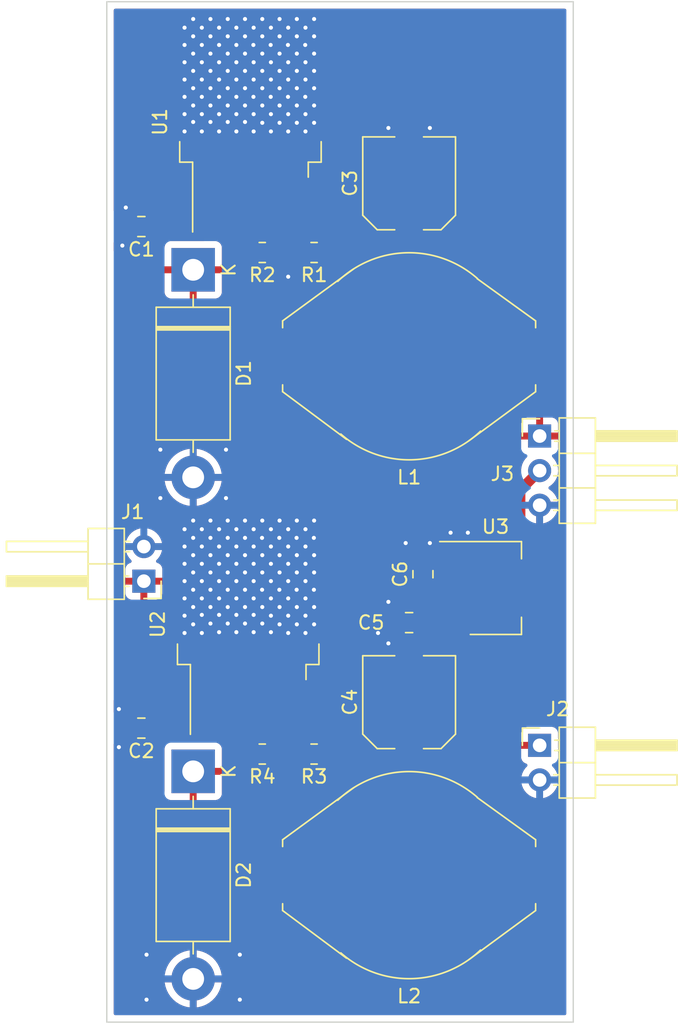
<source format=kicad_pcb>
(kicad_pcb (version 20211014) (generator pcbnew)
  (layers (0 "F.Cu" signal) (31 "B.Cu" signal) (34 "B.Paste" user) (35 "F.Paste" user) (36 "B.SilkS" user "B.Silkscreen") (37 "F.SilkS" user "F.Silkscreen") (38 "B.Mask" user) (39 "F.Mask" user) (44 "Edge.Cuts" user))
  (net 0 "")
  (net 1 "+12V")
  (net 2 "GND")
  (net 3 "+6V")
  (net 4 "+5V")
  (net 5 "+3V3")
  (net 6 "Net-(D1-Pad1)")
  (net 7 "Net-(D2-Pad1)")
  (net 8 "Net-(R1-Pad2)")
  (net 9 "Net-(R3-Pad2)")
  (footprint "Connector_PinHeader_2.54mm:PinHeader_1x02_P2.54mm_Horizontal" (layer "F.Cu") (at 113.849 77.475 180)
    (fp_text reference "J1" (at 0.819 5.085) (layer "F.SilkS"))
    (fp_text value "BMS_OUTPUT")
    (fp_line (start 1.042929 2.92) (end 1.44 2.92) (layer "F.SilkS") (width 0.12))
    (fp_line (start 4.1 3.87) (end 4.1 -1.33) (layer "F.SilkS") (width 0.12))
    (fp_line (start 4.1 0.28) (end 10.1 0.28) (layer "F.SilkS") (width 0.12))
    (fp_line (start 4.1 -0.2) (end 10.1 -0.2) (layer "F.SilkS") (width 0.12))
    (fp_line (start 4.1 0.16) (end 10.1 0.16) (layer "F.SilkS") (width 0.12))
    (fp_line (start 4.1 -0.08) (end 10.1 -0.08) (layer "F.SilkS") (width 0.12))
    (fp_line (start 10.1 2.16) (end 10.1 2.92) (layer "F.SilkS") (width 0.12))
    (fp_line (start 10.1 -0.38) (end 10.1 0.38) (layer "F.SilkS") (width 0.12))
    (fp_line (start 4.1 0.04) (end 10.1 0.04) (layer "F.SilkS") (width 0.12))
    (fp_line (start 1.11 0.38) (end 1.44 0.38) (layer "F.SilkS") (width 0.12))
    (fp_line (start 4.1 -0.38) (end 10.1 -0.38) (layer "F.SilkS") (width 0.12))
    (fp_line (start 1.44 -1.33) (end 1.44 3.87) (layer "F.SilkS") (width 0.12))
    (fp_line (start -1.27 0) (end -1.27 -1.27) (layer "F.SilkS") (width 0.12))
    (fp_line (start 4.1 -1.33) (end 1.44 -1.33) (layer "F.SilkS") (width 0.12))
    (fp_line (start 4.1 -0.32) (end 10.1 -0.32) (layer "F.SilkS") (width 0.12))
    (fp_line (start 1.042929 2.16) (end 1.44 2.16) (layer "F.SilkS") (width 0.12))
    (fp_line (start 4.1 2.16) (end 10.1 2.16) (layer "F.SilkS") (width 0.12))
    (fp_line (start 1.44 1.27) (end 4.1 1.27) (layer "F.SilkS") (width 0.12))
    (fp_line (start 10.1 2.92) (end 4.1 2.92) (layer "F.SilkS") (width 0.12))
    (fp_line (start 1.11 -0.38) (end 1.44 -0.38) (layer "F.SilkS") (width 0.12))
    (fp_line (start 1.44 3.87) (end 4.1 3.87) (layer "F.SilkS") (width 0.12))
    (fp_line (start 10.1 0.38) (end 4.1 0.38) (layer "F.SilkS") (width 0.12))
    (fp_line (start -1.27 -1.27) (end 0 -1.27) (layer "F.SilkS") (width 0.12))
    (pad "1" thru_hole rect (at 0 0 180) (size 1.7 1.7) (drill 1) (layers *.Cu *.Mask) (net 1 "+12V"))
    (pad "2" thru_hole oval (at 0 2.54 180) (size 1.7 1.7) (drill 1) (layers *.Cu *.Mask) (net 2 "GND"))
  )
  (footprint "Resistor_SMD:R_0805_2012Metric_Pad1.20x1.40mm_HandSolder" (layer "F.Cu") (at 126.365 53.34 180)
    (fp_text reference "R1" (at 0 -1.65) (layer "F.SilkS"))
    (fp_text value "20k")
    (fp_line (start -0.227064 0.735) (end 0.227064 0.735) (layer "F.SilkS") (width 0.12))
    (fp_line (start -0.227064 -0.735) (end 0.227064 -0.735) (layer "F.SilkS") (width 0.12))
    (pad "1" smd roundrect (at -1 0 180) (size 1.2 1.4) (layers "F.Cu" "F.Paste" "F.Mask") (roundrect_rratio 0.2083333333) (net 3 "+6V"))
    (pad "2" smd roundrect (at 1 0 180) (size 1.2 1.4) (layers "F.Cu" "F.Paste" "F.Mask") (roundrect_rratio 0.2083333333) (net 8 "Net-(R1-Pad2)"))
  )
  (footprint "Capacitor_SMD:C_0805_2012Metric_Pad1.18x1.45mm_HandSolder" (layer "F.Cu") (at 133.35 80.518 180)
    (fp_text reference "C5" (at 2.794 0) (layer "F.SilkS"))
    (fp_text value "10u")
    (fp_line (start -0.261252 -0.735) (end 0.261252 -0.735) (layer "F.SilkS") (width 0.12))
    (fp_line (start -0.261252 0.735) (end 0.261252 0.735) (layer "F.SilkS") (width 0.12))
    (pad "1" smd roundrect (at -1.0375 0 180) (size 1.175 1.45) (layers "F.Cu" "F.Paste" "F.Mask") (roundrect_rratio 0.2127659574) (net 4 "+5V"))
    (pad "2" smd roundrect (at 1.0375 0 180) (size 1.175 1.45) (layers "F.Cu" "F.Paste" "F.Mask") (roundrect_rratio 0.2127659574) (net 2 "GND"))
  )
  (footprint "Resistor_SMD:R_0805_2012Metric_Pad1.20x1.40mm_HandSolder" (layer "F.Cu") (at 122.555 53.34 180)
    (fp_text reference "R2" (at 0 -1.65) (layer "F.SilkS"))
    (fp_text value "5k")
    (fp_line (start -0.227064 -0.735) (end 0.227064 -0.735) (layer "F.SilkS") (width 0.12))
    (fp_line (start -0.227064 0.735) (end 0.227064 0.735) (layer "F.SilkS") (width 0.12))
    (pad "1" smd roundrect (at -1 0 180) (size 1.2 1.4) (layers "F.Cu" "F.Paste" "F.Mask") (roundrect_rratio 0.2083333333) (net 8 "Net-(R1-Pad2)"))
    (pad "2" smd roundrect (at 1 0 180) (size 1.2 1.4) (layers "F.Cu" "F.Paste" "F.Mask") (roundrect_rratio 0.2083333333) (net 2 "GND"))
  )
  (footprint "Diode_THT:D_DO-201AD_P15.24mm_Horizontal" (layer "F.Cu") (at 117.475 91.44 -90)
    (fp_text reference "D2" (at 7.62 -3.72 90) (layer "F.SilkS"))
    (fp_text value "D_Schottky")
    (fp_text user "K" (at 0 -2.6 90) (layer "F.SilkS"))
    (fp_line (start 12.49 2.72) (end 12.49 -2.72) (layer "F.SilkS") (width 0.12))
    (fp_line (start 12.49 -2.72) (end 2.75 -2.72) (layer "F.SilkS") (width 0.12))
    (fp_line (start 4.295 -2.72) (end 4.295 2.72) (layer "F.SilkS") (width 0.12))
    (fp_line (start 4.415 -2.72) (end 4.415 2.72) (layer "F.SilkS") (width 0.12))
    (fp_line (start 4.175 -2.72) (end 4.175 2.72) (layer "F.SilkS") (width 0.12))
    (fp_line (start 2.75 -2.72) (end 2.75 2.72) (layer "F.SilkS") (width 0.12))
    (fp_line (start 1.84 0) (end 2.75 0) (layer "F.SilkS") (width 0.12))
    (fp_line (start 13.4 0) (end 12.49 0) (layer "F.SilkS") (width 0.12))
    (fp_line (start 2.75 2.72) (end 12.49 2.72) (layer "F.SilkS") (width 0.12))
    (pad "1" thru_hole rect (at 0 0 270) (size 3.2 3.2) (drill 1.6) (layers *.Cu *.Mask) (net 7 "Net-(D2-Pad1)"))
    (pad "2" thru_hole oval (at 15.24 0 270) (size 3.2 3.2) (drill 1.6) (layers *.Cu *.Mask) (net 2 "GND"))
  )
  (footprint "Diode_THT:D_DO-201AD_P15.24mm_Horizontal" (layer "F.Cu") (at 117.475 54.61 -90)
    (fp_text reference "D1" (at 7.62 -3.72 90) (layer "F.SilkS"))
    (fp_text value "D_Schottky")
    (fp_text user "K" (at 0 -2.6 90) (layer "F.SilkS"))
    (fp_line (start 13.4 0) (end 12.49 0) (layer "F.SilkS") (width 0.12))
    (fp_line (start 4.295 -2.72) (end 4.295 2.72) (layer "F.SilkS") (width 0.12))
    (fp_line (start 4.415 -2.72) (end 4.415 2.72) (layer "F.SilkS") (width 0.12))
    (fp_line (start 12.49 2.72) (end 12.49 -2.72) (layer "F.SilkS") (width 0.12))
    (fp_line (start 4.175 -2.72) (end 4.175 2.72) (layer "F.SilkS") (width 0.12))
    (fp_line (start 12.49 -2.72) (end 2.75 -2.72) (layer "F.SilkS") (width 0.12))
    (fp_line (start 1.84 0) (end 2.75 0) (layer "F.SilkS") (width 0.12))
    (fp_line (start 2.75 -2.72) (end 2.75 2.72) (layer "F.SilkS") (width 0.12))
    (fp_line (start 2.75 2.72) (end 12.49 2.72) (layer "F.SilkS") (width 0.12))
    (pad "1" thru_hole rect (at 0 0 270) (size 3.2 3.2) (drill 1.6) (layers *.Cu *.Mask) (net 6 "Net-(D1-Pad1)"))
    (pad "2" thru_hole oval (at 15.24 0 270) (size 3.2 3.2) (drill 1.6) (layers *.Cu *.Mask) (net 2 "GND"))
  )
  (footprint "Inductor_SMD:L_Fastron_PISR_Handsoldering" (layer "F.Cu") (at 133.35 99.06 180)
    (fp_text reference "L2" (at 0 -8.89) (layer "F.SilkS"))
    (fp_text value "100u")
    (fp_line (start 4.6 -6.1) (end 9.3 -2.6) (layer "F.SilkS") (width 0.12))
    (fp_line (start 9.3 2.6) (end 9.3 2.1) (layer "F.SilkS") (width 0.12))
    (fp_line (start -5 5.7) (end -9.3 2.6) (layer "F.SilkS") (width 0.12))
    (fp_line (start 9.3 -2.6) (end 9.3 -2.1) (layer "F.SilkS") (width 0.12))
    (fp_line (start -9.3 -2.6) (end -4.4 -6.2) (layer "F.SilkS") (width 0.12))
    (fp_line (start -9.3 -2.6) (end -9.3 -2.1) (layer "F.SilkS") (width 0.12))
    (fp_line (start -9.3 2.6) (end -9.3 2.1) (layer "F.SilkS") (width 0.12))
    (fp_line (start 4.1 6.4) (end 9.3 2.6) (layer "F.SilkS") (width 0.12))
    (fp_arc (start -5.25 -5.5) (mid -0.15496 -7.601874) (end 5.021503 -5.709379) (layer "F.SilkS") (width 0.12))
    (fp_arc (start 5.25 5.5) (mid 0.15496 7.601874) (end -5.021503 5.709379) (layer "F.SilkS") (width 0.12))
    (pad "1" smd rect (at 8.33 0 180) (size 4 3) (layers "F.Cu" "F.Paste" "F.Mask") (net 7 "Net-(D2-Pad1)"))
    (pad "2" smd rect (at -8.33 0 180) (size 4 3) (layers "F.Cu" "F.Paste" "F.Mask") (net 4 "+5V"))
  )
  (footprint "Resistor_SMD:R_0805_2012Metric_Pad1.20x1.40mm_HandSolder" (layer "F.Cu") (at 122.555 90.17 180)
    (fp_text reference "R4" (at 0 -1.65) (layer "F.SilkS"))
    (fp_text value "5k")
    (fp_line (start -0.227064 -0.735) (end 0.227064 -0.735) (layer "F.SilkS") (width 0.12))
    (fp_line (start -0.227064 0.735) (end 0.227064 0.735) (layer "F.SilkS") (width 0.12))
    (pad "1" smd roundrect (at -1 0 180) (size 1.2 1.4) (layers "F.Cu" "F.Paste" "F.Mask") (roundrect_rratio 0.2083333333) (net 9 "Net-(R3-Pad2)"))
    (pad "2" smd roundrect (at 1 0 180) (size 1.2 1.4) (layers "F.Cu" "F.Paste" "F.Mask") (roundrect_rratio 0.2083333333) (net 2 "GND"))
  )
  (footprint "Capacitor_SMD:C_0805_2012Metric_Pad1.18x1.45mm_HandSolder" (layer "F.Cu") (at 113.665 88.265 180)
    (fp_text reference "C2" (at 0 -1.68) (layer "F.SilkS"))
    (fp_text value "100u")
    (fp_line (start -0.261252 -0.735) (end 0.261252 -0.735) (layer "F.SilkS") (width 0.12))
    (fp_line (start -0.261252 0.735) (end 0.261252 0.735) (layer "F.SilkS") (width 0.12))
    (pad "1" smd roundrect (at -1.0375 0 180) (size 1.175 1.45) (layers "F.Cu" "F.Paste" "F.Mask") (roundrect_rratio 0.2127659574) (net 1 "+12V"))
    (pad "2" smd roundrect (at 1.0375 0 180) (size 1.175 1.45) (layers "F.Cu" "F.Paste" "F.Mask") (roundrect_rratio 0.2127659574) (net 2 "GND"))
  )
  (footprint "Inductor_SMD:L_Fastron_PISR_Handsoldering" (layer "F.Cu") (at 133.35 60.96 180)
    (fp_text reference "L1" (at 0 -8.89) (layer "F.SilkS"))
    (fp_text value "100u")
    (fp_line (start 4.1 6.4) (end 9.3 2.6) (layer "F.SilkS") (width 0.12))
    (fp_line (start -9.3 -2.6) (end -9.3 -2.1) (layer "F.SilkS") (width 0.12))
    (fp_line (start 4.6 -6.1) (end 9.3 -2.6) (layer "F.SilkS") (width 0.12))
    (fp_line (start 9.3 2.6) (end 9.3 2.1) (layer "F.SilkS") (width 0.12))
    (fp_line (start -5 5.7) (end -9.3 2.6) (layer "F.SilkS") (width 0.12))
    (fp_line (start -9.3 2.6) (end -9.3 2.1) (layer "F.SilkS") (width 0.12))
    (fp_line (start 9.3 -2.6) (end 9.3 -2.1) (layer "F.SilkS") (width 0.12))
    (fp_line (start -9.3 -2.6) (end -4.4 -6.2) (layer "F.SilkS") (width 0.12))
    (fp_arc (start 5.25 5.5) (mid 0.15496 7.601874) (end -5.021503 5.709379) (layer "F.SilkS") (width 0.12))
    (fp_arc (start -5.25 -5.5) (mid -0.15496 -7.601874) (end 5.021503 -5.709379) (layer "F.SilkS") (width 0.12))
    (pad "1" smd rect (at 8.33 0 180) (size 4 3) (layers "F.Cu" "F.Paste" "F.Mask") (net 6 "Net-(D1-Pad1)"))
    (pad "2" smd rect (at -8.33 0 180) (size 4 3) (layers "F.Cu" "F.Paste" "F.Mask") (net 3 "+6V"))
  )
  (footprint "Capacitor_SMD:C_0805_2012Metric_Pad1.18x1.45mm_HandSolder" (layer "F.Cu") (at 134.366 76.962 90)
    (fp_text reference "C6" (at 0 -1.68 90) (layer "F.SilkS"))
    (fp_text value "47u")
    (fp_line (start -0.261252 0.735) (end 0.261252 0.735) (layer "F.SilkS") (width 0.12))
    (fp_line (start -0.261252 -0.735) (end 0.261252 -0.735) (layer "F.SilkS") (width 0.12))
    (pad "1" smd roundrect (at -1.0375 0 90) (size 1.175 1.45) (layers "F.Cu" "F.Paste" "F.Mask") (roundrect_rratio 0.2127659574) (net 5 "+3V3"))
    (pad "2" smd roundrect (at 1.0375 0 90) (size 1.175 1.45) (layers "F.Cu" "F.Paste" "F.Mask") (roundrect_rratio 0.2127659574) (net 2 "GND"))
  )
  (footprint "Connector_PinHeader_2.54mm:PinHeader_1x02_P2.54mm_Horizontal" (layer "F.Cu") (at 142.945 89.53)
    (fp_text reference "J2" (at 1.327 -2.662) (layer "F.SilkS"))
    (fp_text value "PWR_CONN_RASPI")
    (fp_line (start 4.1 -0.32) (end 10.1 -0.32) (layer "F.SilkS") (width 0.12))
    (fp_line (start 4.1 0.16) (end 10.1 0.16) (layer "F.SilkS") (width 0.12))
    (fp_line (start 1.042929 2.92) (end 1.44 2.92) (layer "F.SilkS") (width 0.12))
    (fp_line (start 4.1 2.16) (end 10.1 2.16) (layer "F.SilkS") (width 0.12))
    (fp_line (start 4.1 0.04) (end 10.1 0.04) (layer "F.SilkS") (width 0.12))
    (fp_line (start 4.1 -0.2) (end 10.1 -0.2) (layer "F.SilkS") (width 0.12))
    (fp_line (start 10.1 -0.38) (end 10.1 0.38) (layer "F.SilkS") (width 0.12))
    (fp_line (start 10.1 2.92) (end 4.1 2.92) (layer "F.SilkS") (width 0.12))
    (fp_line (start 1.44 -1.33) (end 1.44 3.87) (layer "F.SilkS") (width 0.12))
    (fp_line (start 4.1 -1.33) (end 1.44 -1.33) (layer "F.SilkS") (width 0.12))
    (fp_line (start -1.27 -1.27) (end 0 -1.27) (layer "F.SilkS") (width 0.12))
    (fp_line (start 4.1 3.87) (end 4.1 -1.33) (layer "F.SilkS") (width 0.12))
    (fp_line (start 10.1 0.38) (end 4.1 0.38) (layer "F.SilkS") (width 0.12))
    (fp_line (start 1.042929 2.16) (end 1.44 2.16) (layer "F.SilkS") (width 0.12))
    (fp_line (start 1.11 0.38) (end 1.44 0.38) (layer "F.SilkS") (width 0.12))
    (fp_line (start 10.1 2.16) (end 10.1 2.92) (layer "F.SilkS") (width 0.12))
    (fp_line (start 1.11 -0.38) (end 1.44 -0.38) (layer "F.SilkS") (width 0.12))
    (fp_line (start 1.44 1.27) (end 4.1 1.27) (layer "F.SilkS") (width 0.12))
    (fp_line (start 4.1 -0.38) (end 10.1 -0.38) (layer "F.SilkS") (width 0.12))
    (fp_line (start -1.27 0) (end -1.27 -1.27) (layer "F.SilkS") (width 0.12))
    (fp_line (start 1.44 3.87) (end 4.1 3.87) (layer "F.SilkS") (width 0.12))
    (fp_line (start 4.1 0.28) (end 10.1 0.28) (layer "F.SilkS") (width 0.12))
    (fp_line (start 4.1 -0.08) (end 10.1 -0.08) (layer "F.SilkS") (width 0.12))
    (pad "1" thru_hole rect (at 0 0) (size 1.7 1.7) (drill 1) (layers *.Cu *.Mask) (net 4 "+5V"))
    (pad "2" thru_hole oval (at 0 2.54) (size 1.7 1.7) (drill 1) (layers *.Cu *.Mask) (net 2 "GND"))
  )
  (footprint "Package_TO_SOT_SMD:SOT-223-3_TabPin2" (layer "F.Cu") (at 139.7 77.978)
    (fp_text reference "U3" (at 0 -4.5) (layer "F.SilkS"))
    (fp_text value "AMS1117-3.3")
    (fp_line (start 1.91 3.41) (end 1.91 2.15) (layer "F.SilkS") (width 0.12))
    (fp_line (start -4.1 -3.41) (end 1.91 -3.41) (layer "F.SilkS") (width 0.12))
    (fp_line (start 1.91 -3.41) (end 1.91 -2.15) (layer "F.SilkS") (width 0.12))
    (fp_line (start -1.85 3.41) (end 1.91 3.41) (layer "F.SilkS") (width 0.12))
    (pad "1" smd rect (at -3.15 -2.3) (size 2 1.5) (layers "F.Cu" "F.Paste" "F.Mask") (net 2 "GND"))
    (pad "2" smd rect (at -3.15 0) (size 2 1.5) (layers "F.Cu" "F.Paste" "F.Mask") (net 5 "+3V3"))
    (pad "2" smd rect (at 3.15 0) (size 2 3.8) (layers "F.Cu" "F.Paste" "F.Mask") (net 5 "+3V3"))
    (pad "3" smd rect (at -3.15 2.3) (size 2 1.5) (layers "F.Cu" "F.Paste" "F.Mask") (net 4 "+5V"))
  )
  (footprint "Package_TO_SOT_SMD:TO-263-5_TabPin3" (layer "F.Cu") (at 121.52 80.645 90)
    (fp_text reference "U2" (at 0 -6.65 90) (layer "F.SilkS"))
    (fp_text value "LM2576S-ADJ")
    (fp_line (start -1.45 -5.2) (end -2.95 -5.2) (layer "F.SilkS") (width 0.12))
    (fp_line (start -2.95 5.2) (end -2.95 4.25) (layer "F.SilkS") (width 0.12))
    (fp_line (start -2.95 -4.25) (end -8.075 -4.25) (layer "F.SilkS") (width 0.12))
    (fp_line (start -1.45 5.2) (end -2.95 5.2) (layer "F.SilkS") (width 0.12))
    (fp_line (start -2.95 4.25) (end -4.05 4.25) (layer "F.SilkS") (width 0.12))
    (fp_line (start -2.95 -5.2) (end -2.95 -4.25) (layer "F.SilkS") (width 0.12))
    (pad "1" smd rect (at -5.775 -3.4 90) (size 4.6 1.1) (layers "F.Cu" "F.Paste" "F.Mask") (net 1 "+12V"))
    (pad "2" smd rect (at -5.775 -1.7 90) (size 4.6 1.1) (layers "F.Cu" "F.Paste" "F.Mask") (net 7 "Net-(D2-Pad1)"))
    (pad "3" smd rect (at 3.375 0 90) (size 9.4 10.8) (layers "F.Cu" "F.Mask") (net 2 "GND"))
    (pad "3" smd rect (at -5.775 0 90) (size 4.6 1.1) (layers "F.Cu" "F.Paste" "F.Mask") (net 2 "GND"))
    (pad "4" smd rect (at -5.775 1.7 90) (size 4.6 1.1) (layers "F.Cu" "F.Paste" "F.Mask") (net 9 "Net-(R3-Pad2)"))
    (pad "5" smd rect (at -5.775 3.4 90) (size 4.6 1.1) (layers "F.Cu" "F.Paste" "F.Mask") (net 2 "GND"))
  )
  (footprint "Capacitor_SMD:C_0805_2012Metric_Pad1.18x1.45mm_HandSolder" (layer "F.Cu") (at 113.665 51.435 180)
    (fp_text reference "C1" (at 0 -1.68) (layer "F.SilkS"))
    (fp_text value "100u")
    (fp_line (start -0.261252 0.735) (end 0.261252 0.735) (layer "F.SilkS") (width 0.12))
    (fp_line (start -0.261252 -0.735) (end 0.261252 -0.735) (layer "F.SilkS") (width 0.12))
    (pad "1" smd roundrect (at -1.0375 0 180) (size 1.175 1.45) (layers "F.Cu" "F.Paste" "F.Mask") (roundrect_rratio 0.2127659574) (net 1 "+12V"))
    (pad "2" smd roundrect (at 1.0375 0 180) (size 1.175 1.45) (layers "F.Cu" "F.Paste" "F.Mask") (roundrect_rratio 0.2127659574) (net 2 "GND"))
  )
  (footprint "Resistor_SMD:R_0805_2012Metric_Pad1.20x1.40mm_HandSolder" (layer "F.Cu") (at 126.365 90.17 180)
    (fp_text reference "R3" (at 0 -1.65) (layer "F.SilkS"))
    (fp_text value "15k")
    (fp_line (start -0.227064 -0.735) (end 0.227064 -0.735) (layer "F.SilkS") (width 0.12))
    (fp_line (start -0.227064 0.735) (end 0.227064 0.735) (layer "F.SilkS") (width 0.12))
    (pad "1" smd roundrect (at -1 0 180) (size 1.2 1.4) (layers "F.Cu" "F.Paste" "F.Mask") (roundrect_rratio 0.2083333333) (net 4 "+5V"))
    (pad "2" smd roundrect (at 1 0 180) (size 1.2 1.4) (layers "F.Cu" "F.Paste" "F.Mask") (roundrect_rratio 0.2083333333) (net 9 "Net-(R3-Pad2)"))
  )
  (footprint "Capacitor_SMD:C_Elec_6.3x7.7" (layer "F.Cu") (at 133.35 86.36 90)
    (fp_text reference "C4" (at 0 -4.35 90) (layer "F.SilkS"))
    (fp_text value "1000u")
    (fp_line (start -2.345563 -3.41) (end 3.41 -3.41) (layer "F.SilkS") (width 0.12))
    (fp_line (start -3.41 -2.345563) (end -2.345563 -3.41) (layer "F.SilkS") (width 0.12))
    (fp_line (start -3.41 2.345563) (end -2.345563 3.41) (layer "F.SilkS") (width 0.12))
    (fp_line (start 3.41 3.41) (end 3.41 1.06) (layer "F.SilkS") (width 0.12))
    (fp_line (start -3.41 2.345563) (end -3.41 1.06) (layer "F.SilkS") (width 0.12))
    (fp_line (start -3.41 -2.345563) (end -3.41 -1.06) (layer "F.SilkS") (width 0.12))
    (fp_line (start 3.41 -3.41) (end 3.41 -1.06) (layer "F.SilkS") (width 0.12))
    (fp_line (start -2.345563 3.41) (end 3.41 3.41) (layer "F.SilkS") (width 0.12))
    (pad "1" smd roundrect (at -2.5375 0 90) (size 3.325 1.6) (layers "F.Cu" "F.Paste" "F.Mask") (roundrect_rratio 0.15625) (net 4 "+5V"))
    (pad "2" smd roundrect (at 2.5375 0 90) (size 3.325 1.6) (layers "F.Cu" "F.Paste" "F.Mask") (roundrect_rratio 0.15625) (net 2 "GND"))
  )
  (footprint "Connector_PinHeader_2.54mm:PinHeader_1x03_P2.54mm_Horizontal" (layer "F.Cu") (at 142.945 66.817)
    (fp_text reference "J3" (at -2.737 2.779) (layer "F.SilkS"))
    (fp_text value "PWR_CONN_CTRL")
    (fp_line (start 1.042929 5.46) (end 1.44 5.46) (layer "F.SilkS") (width 0.12))
    (fp_line (start 4.1 -0.38) (end 10.1 -0.38) (layer "F.SilkS") (width 0.12))
    (fp_line (start 4.1 -1.33) (end 1.44 -1.33) (layer "F.SilkS") (width 0.12))
    (fp_line (start -1.27 0) (end -1.27 -1.27) (layer "F.SilkS") (width 0.12))
    (fp_line (start 1.042929 2.16) (end 1.44 2.16) (layer "F.SilkS") (width 0.12))
    (fp_line (start 4.1 0.16) (end 10.1 0.16) (layer "F.SilkS") (width 0.12))
    (fp_line (start 1.11 -0.38) (end 1.44 -0.38) (layer "F.SilkS") (width 0.12))
    (fp_line (start 1.44 -1.33) (end 1.44 6.41) (layer "F.SilkS") (width 0.12))
    (fp_line (start 10.1 2.92) (end 4.1 2.92) (layer "F.SilkS") (width 0.12))
    (fp_line (start 1.042929 2.92) (end 1.44 2.92) (layer "F.SilkS") (width 0.12))
    (fp_line (start 4.1 4.7) (end 10.1 4.7) (layer "F.SilkS") (width 0.12))
    (fp_line (start 4.1 -0.32) (end 10.1 -0.32) (layer "F.SilkS") (width 0.12))
    (fp_line (start 4.1 0.04) (end 10.1 0.04) (layer "F.SilkS") (width 0.12))
    (fp_line (start 1.11 0.38) (end 1.44 0.38) (layer "F.SilkS") (width 0.12))
    (fp_line (start 4.1 -0.08) (end 10.1 -0.08) (layer "F.SilkS") (width 0.12))
    (fp_line (start 4.1 2.16) (end 10.1 2.16) (layer "F.SilkS") (width 0.12))
    (fp_line (start 10.1 4.7) (end 10.1 5.46) (layer "F.SilkS") (width 0.12))
    (fp_line (start 10.1 2.16) (end 10.1 2.92) (layer "F.SilkS") (width 0.12))
    (fp_line (start 10.1 5.46) (end 4.1 5.46) (layer "F.SilkS") (width 0.12))
    (fp_line (start 10.1 -0.38) (end 10.1 0.38) (layer "F.SilkS") (width 0.12))
    (fp_line (start 1.44 6.41) (end 4.1 6.41) (layer "F.SilkS") (width 0.12))
    (fp_line (start 4.1 6.41) (end 4.1 -1.33) (layer "F.SilkS") (width 0.12))
    (fp_line (start -1.27 -1.27) (end 0 -1.27) (layer "F.SilkS") (width 0.12))
    (fp_line (start 1.44 3.81) (end 4.1 3.81) (layer "F.SilkS") (width 0.12))
    (fp_line (start 4.1 0.28) (end 10.1 0.28) (layer "F.SilkS") (width 0.12))
    (fp_line (start 1.44 1.27) (end 4.1 1.27) (layer "F.SilkS") (width 0.12))
    (fp_line (start 4.1 -0.2) (end 10.1 -0.2) (layer "F.SilkS") (width 0.12))
    (fp_line (start 10.1 0.38) (end 4.1 0.38) (layer "F.SilkS") (width 0.12))
    (fp_line (start 1.042929 4.7) (end 1.44 4.7) (layer "F.SilkS") (width 0.12))
    (pad "1" thru_hole rect (at 0 0) (size 1.7 1.7) (drill 1) (layers *.Cu *.Mask) (net 3 "+6V"))
    (pad "2" thru_hole oval (at 0 2.54) (size 1.7 1.7) (drill 1) (layers *.Cu *.Mask) (net 5 "+3V3"))
    (pad "3" thru_hole oval (at 0 5.08) (size 1.7 1.7) (drill 1) (layers *.Cu *.Mask) (net 2 "GND"))
  )
  (footprint "Capacitor_SMD:C_Elec_6.3x7.7" (layer "F.Cu") (at 133.35 48.26 90)
    (fp_text reference "C3" (at 0 -4.35 90) (layer "F.SilkS"))
    (fp_text value "1000u")
    (fp_line (start -3.41 -2.345563) (end -3.41 -1.06) (layer "F.SilkS") (width 0.12))
    (fp_line (start 3.41 3.41) (end 3.41 1.06) (layer "F.SilkS") (width 0.12))
    (fp_line (start -3.41 2.345563) (end -2.345563 3.41) (layer "F.SilkS") (width 0.12))
    (fp_line (start 3.41 -3.41) (end 3.41 -1.06) (layer "F.SilkS") (width 0.12))
    (fp_line (start -2.345563 -3.41) (end 3.41 -3.41) (layer "F.SilkS") (width 0.12))
    (fp_line (start -3.41 -2.345563) (end -2.345563 -3.41) (layer "F.SilkS") (width 0.12))
    (fp_line (start -2.345563 3.41) (end 3.41 3.41) (layer "F.SilkS") (width 0.12))
    (fp_line (start -3.41 2.345563) (end -3.41 1.06) (layer "F.SilkS") (width 0.12))
    (pad "1" smd roundrect (at -2.5375 0 90) (size 3.325 1.6) (layers "F.Cu" "F.Paste" "F.Mask") (roundrect_rratio 0.15625) (net 3 "+6V"))
    (pad "2" smd roundrect (at 2.5375 0 90) (size 3.325 1.6) (layers "F.Cu" "F.Paste" "F.Mask") (roundrect_rratio 0.15625) (net 2 "GND"))
  )
  (footprint "Package_TO_SOT_SMD:TO-263-5_TabPin3" (layer "F.Cu") (at 121.685 43.755 90)
    (fp_text reference "U1" (at 0 -6.65 90) (layer "F.SilkS"))
    (fp_text value "LM2576S-ADJ")
    (fp_line (start -1.45 -5.2) (end -2.95 -5.2) (layer "F.SilkS") (width 0.12))
    (fp_line (start -2.95 -4.25) (end -8.075 -4.25) (layer "F.SilkS") (width 0.12))
    (fp_line (start -2.95 4.25) (end -4.05 4.25) (layer "F.SilkS") (width 0.12))
    (fp_line (start -1.45 5.2) (end -2.95 5.2) (layer "F.SilkS") (width 0.12))
    (fp_line (start -2.95 5.2) (end -2.95 4.25) (layer "F.SilkS") (width 0.12))
    (fp_line (start -2.95 -5.2) (end -2.95 -4.25) (layer "F.SilkS") (width 0.12))
    (pad "1" smd rect (at -5.775 -3.4 90) (size 4.6 1.1) (layers "F.Cu" "F.Paste" "F.Mask") (net 1 "+12V"))
    (pad "2" smd rect (at -5.775 -1.7 90) (size 4.6 1.1) (layers "F.Cu" "F.Paste" "F.Mask") (net 6 "Net-(D1-Pad1)"))
    (pad "3" smd rect (at 3.375 0 90) (size 9.4 10.8) (layers "F.Cu" "F.Mask") (net 2 "GND"))
    (pad "3" smd rect (at -5.775 0 90) (size 4.6 1.1) (layers "F.Cu" "F.Paste" "F.Mask") (net 2 "GND"))
    (pad "4" smd rect (at -5.775 1.7 90) (size 4.6 1.1) (layers "F.Cu" "F.Paste" "F.Mask") (net 8 "Net-(R1-Pad2)"))
    (pad "5" smd rect (at -5.775 3.4 90) (size 4.6 1.1) (layers "F.Cu" "F.Paste" "F.Mask") (net 2 "GND"))
  )
  (gr_line (start 145.415 34.925) (end 111.125 34.925) (layer "Edge.Cuts") (width 0.1))
  (gr_line (start 111.125 34.925) (end 111.125 109.855) (layer "Edge.Cuts") (width 0.1))
  (gr_line (start 145.415 109.855) (end 145.415 34.925) (layer "Edge.Cuts") (width 0.1))
  (gr_line (start 111.125 109.855) (end 145.415 109.855) (layer "Edge.Cuts") (width 0.1))
  (segment (start 134.366 75.9245) (end 136.3035 75.9245) (width 0.762) (layer "F.Cu") (net 2))
  (segment (start 121.52 86.42) (end 121.52 90.135) (width 0.762) (layer "F.Cu") (net 2))
  (segment (start 121.555 53.34) (end 121.555 49.66) (width 0.762) (layer "F.Cu") (net 2))
  (segment (start 136.3035 75.9245) (end 136.55 75.678) (width 0.762) (layer "F.Cu") (net 2))
  (segment (start 121.555 49.66) (end 121.685 49.53) (width 0.762) (layer "F.Cu") (net 2))
  (segment (start 121.52 90.135) (end 121.555 90.17) (width 0.762) (layer "F.Cu") (net 2))
  (via (at 116.84 38.1) (size 0.6) (drill 0.3) (layers "F.Cu" "B.Cu") (net 2))
  (via (at 122.540073 78.105) (size 0.6) (drill 0.3) (layers "F.Cu" "B.Cu") (net 2))
  (via (at 116.84 39.37) (size 0.6) (drill 0.3) (layers "F.Cu" "B.Cu") (net 2))
  (via (at 123.825 80.645) (size 0.6) (drill 0.3) (layers "F.Cu" "B.Cu") (net 2))
  (via (at 120.65 78.74) (size 0.6) (drill 0.3) (layers "F.Cu" "B.Cu") (net 2))
  (via (at 126.365 37.465) (size 0.6) (drill 0.3) (layers "F.Cu" "B.Cu") (net 2))
  (via (at 125.73 36.83) (size 0.6) (drill 0.3) (layers "F.Cu" "B.Cu") (net 2))
  (via (at 125.710884 38.1) (size 0.6) (drill 0.3) (layers "F.Cu" "B.Cu") (net 2))
  (via (at 125.73 77.47) (size 0.6) (drill 0.3) (layers "F.Cu" "B.Cu") (net 2))
  (via (at 117.475 41.275) (size 0.6) (drill 0.3) (layers "F.Cu" "B.Cu") (net 2))
  (via (at 123.19 39.37) (size 0.6) (drill 0.3) (layers "F.Cu" "B.Cu") (net 2))
  (via (at 118.11 44.45) (size 0.6) (drill 0.3) (layers "F.Cu" "B.Cu") (net 2))
  (via (at 121.92 43.18) (size 0.6) (drill 0.3) (layers "F.Cu" "B.Cu") (net 2))
  (via (at 118.11 77.47) (size 0.6) (drill 0.3) (layers "F.Cu" "B.Cu") (net 2))
  (via (at 134.874 44.196) (size 0.6) (drill 0.3) (layers "F.Cu" "B.Cu") (net 2))
  (via (at 123.825 37.465) (size 0.6) (drill 0.3) (layers "F.Cu" "B.Cu") (net 2))
  (via (at 124.46 76.2) (size 0.6) (drill 0.3) (layers "F.Cu" "B.Cu") (net 2))
  (via (at 120.015 73.025) (size 0.6) (drill 0.3) (layers "F.Cu" "B.Cu") (net 2))
  (via (at 125.095 43.815) (size 0.6) (drill 0.3) (layers "F.Cu" "B.Cu") (net 2))
  (via (at 121.285 76.835) (size 0.6) (drill 0.3) (layers "F.Cu" "B.Cu") (net 2))
  (via (at 118.11 74.93) (size 0.6) (drill 0.3) (layers "F.Cu" "B.Cu") (net 2))
  (via (at 121.285 74.295) (size 0.6) (drill 0.3) (layers "F.Cu" "B.Cu") (net 2))
  (via (at 123.825 73.025) (size 0.6) (drill 0.3) (layers "F.Cu" "B.Cu") (net 2))
  (via (at 126.365 80.645) (size 0.6) (drill 0.3) (layers "F.Cu" "B.Cu") (net 2))
  (via (at 118.11 43.18) (size 0.6) (drill 0.3) (layers "F.Cu" "B.Cu") (net 2))
  (via (at 121.92 78.74) (size 0.6) (drill 0.3) (layers "F.Cu" "B.Cu") (net 2))
  (via (at 116.84 41.91) (size 0.6) (drill 0.3) (layers "F.Cu" "B.Cu") (net 2))
  (via (at 117.475 78.105) (size 0.6) (drill 0.3) (layers "F.Cu" "B.Cu") (net 2))
  (via (at 118.745 78.105) (size 0.6) (drill 0.3) (layers "F.Cu" "B.Cu") (net 2))
  (via (at 124.46 81.28) (size 0.6) (drill 0.3) (layers "F.Cu" "B.Cu") (net 2))
  (via (at 118.745 73.025) (size 0.6) (drill 0.3) (layers "F.Cu" "B.Cu") (net 2))
  (via (at 125.095 42.545) (size 0.6) (drill 0.3) (layers "F.Cu" "B.Cu") (net 2))
  (via (at 126.365 75.565) (size 0.6) (drill 0.3) (layers "F.Cu" "B.Cu") (net 2))
  (via (at 125.095 37.465) (size 0.6) (drill 0.3) (layers "F.Cu" "B.Cu") (net 2))
  (via (at 120.65 40.64) (size 0.6) (drill 0.3) (layers "F.Cu" "B.Cu") (net 2))
  (via (at 120.65 36.83) (size 0.6) (drill 0.3) (layers "F.Cu" "B.Cu") (net 2))
  (via (at 116.84 43.18) (size 0.6) (drill 0.3) (layers "F.Cu" "B.Cu") (net 2))
  (via (at 123.19 40.64) (size 0.6) (drill 0.3) (layers "F.Cu" "B.Cu") (net 2))
  (via (at 119.38 40.64) (size 0.6) (drill 0.3) (layers "F.Cu" "B.Cu") (net 2))
  (via (at 120.65 38.1) (size 0.6) (drill 0.3) (layers "F.Cu" "B.Cu") (net 2))
  (via (at 120.015 76.835) (size 0.6) (drill 0.3) (layers "F.Cu" "B.Cu") (net 2))
  (via (at 121.92 81.22) (size 0.6) (drill 0.3) (layers "F.Cu" "B.Cu") (net 2))
  (via (at 119.38 38.1) (size 0.6) (drill 0.3) (layers "F.Cu" "B.Cu") (net 2))
  (via (at 125.095 80.645) (size 0.6) (drill 0.3) (layers "F.Cu" "B.Cu") (net 2))
  (via (at 118.745 40.005) (size 0.6) (drill 0.3) (layers "F.Cu" "B.Cu") (net 2))
  (via (at 126.345884 74.295) (size 0.6) (drill 0.3) (layers "F.Cu" "B.Cu") (net 2))
  (via (at 122.555 36.195) (size 0.6) (drill 0.3) (layers "F.Cu" "B.Cu") (net 2))
  (via (at 116.84 78.74) (size 0.6) (drill 0.3) (layers "F.Cu" "B.Cu") (net 2))
  (via (at 121.285 41.275) (size 0.6) (drill 0.3) (layers "F.Cu" "B.Cu") (net 2))
  (via (at 118.745 42.545) (size 0.6) (drill 0.3) (layers "F.Cu" "B.Cu") (net 2))
  (via (at 124.46 39.37) (size 0.6) (drill 0.3) (layers "F.Cu" "B.Cu") (net 2))
  (via (at 118.11 79.95) (size 0.6) (drill 0.3) (layers "F.Cu" "B.Cu") (net 2))
  (via (at 119.38 76.2) (size 0.6) (drill 0.3) (layers "F.Cu" "B.Cu") (net 2))
  (via (at 136.398 73.914) (size 0.6) (drill 0.3) (layers "F.Cu" "B.Cu") (net 2))
  (via (at 123.825 79.375) (size 0.6) (drill 0.3) (layers "F.Cu" "B.Cu") (net 2))
  (via (at 131.064 81.28) (size 0.6) (drill 0.3) (layers "F.Cu" "B.Cu") (net 2))
  (via (at 119.888 67.818) (size 0.6) (drill 0.3) (layers "F.Cu" "B.Cu") (net 2))
  (via (at 112.268 52.832) (size 0.6) (drill 0.3) (layers "F.Cu" "B.Cu") (net 2))
  (via (at 116.84 74.93) (size 0.6) (drill 0.3) (layers "F.Cu" "B.Cu") (net 2))
  (via (at 126.365 38.735) (size 0.6) (drill 0.3) (layers "F.Cu" "B.Cu") (net 2))
  (via (at 121.285 78.105) (size 0.6) (drill 0.3) (layers "F.Cu" "B.Cu") (net 2))
  (via (at 122.555 79.375) (size 0.6) (drill 0.3) (layers "F.Cu" "B.Cu") (net 2))
  (via (at 121.285 37.465) (size 0.6) (drill 0.3) (layers "F.Cu" "B.Cu") (net 2))
  (via (at 114.046 108.204) (size 0.6) (drill 0.3) (layers "F.Cu" "B.Cu") (net 2))
  (via (at 125.095 73.025) (size 0.6) (drill 0.3) (layers "F.Cu" "B.Cu") (net 2))
  (via (at 121.92 40.64) (size 0.6) (drill 0.3) (layers "F.Cu" "B.Cu") (net 2))
  (via (at 123.825 43.815) (size 0.6) (drill 0.3) (layers "F.Cu" "B.Cu") (net 2))
  (via (at 126.365 76.835) (size 0.6) (drill 0.3) (layers "F.Cu" "B.Cu") (net 2))
  (via (at 126.365 41.275) (size 0.6) (drill 0.3) (layers "F.Cu" "B.Cu") (net 2))
  (via (at 112.014 86.868) (size 0.6) (drill 0.3) (layers "F.Cu" "B.Cu") (net 2))
  (via (at 125.73 43.18) (size 0.6) (drill 0.3) (layers "F.Cu" "B.Cu") (net 2))
  (via (at 119.38 43.18) (size 0.6) (drill 0.3) (layers "F.Cu" "B.Cu") (net 2))
  (via (at 120.65 76.2) (size 0.6) (drill 0.3) (layers "F.Cu" "B.Cu") (net 2))
  (via (at 125.73 81.28) (size 0.6) (drill 0.3) (layers "F.Cu" "B.Cu") (net 2))
  (via (at 125.73 40.64) (size 0.6) (drill 0.3) (layers "F.Cu" "B.Cu") (net 2))
  (via (at 120.904 108.204) (size 0.6) (drill 0.3) (layers "F.Cu" "B.Cu") (net 2))
  (via (at 120.015 36.195) (size 0.6) (drill 0.3) (layers "F.Cu" "B.Cu") (net 2))
  (via (at 125.080073 78.105) (size 0.6) (drill 0.3) (layers "F.Cu" "B.Cu") (net 2))
  (via (at 119.38 44.45) (size 0.6) (drill 0.3) (layers "F.Cu" "B.Cu") (net 2))
  (via (at 121.92 77.47) (size 0.6) (drill 0.3) (layers "F.Cu" "B.Cu") (net 2))
  (via (at 117.475 80.645) (size 0.6) (drill 0.3) (layers "F.Cu" "B.Cu") (net 2))
  (via (at 117.475 76.835) (size 0.6) (drill 0.3) (layers "F.Cu" "B.Cu") (net 2))
  (via (at 125.73 76.2) (size 0.6) (drill 0.3) (layers "F.Cu" "B.Cu") (net 2))
  (via (at 122.555 75.565) (size 0.6) (drill 0.3) (layers "F.Cu" "B.Cu") (net 2))
  (via (at 118.745 38.735) (size 0.6) (drill 0.3) (layers "F.Cu" "B.Cu") (net 2))
  (via (at 124.46 43.18) (size 0.6) (drill 0.3) (layers "F.Cu" "B.Cu") (net 2))
  (via (at 117.475 40.005) (size 0.6) (drill 0.3) (layers "F.Cu" "B.Cu") (net 2))
  (via (at 125.73 73.66) (size 0.6) (drill 0.3) (layers "F.Cu" "B.Cu") (net 2))
  (via (at 121.285 75.565) (size 0.6) (drill 0.3) (layers "F.Cu" "B.Cu") (net 2))
  (via (at 123.825 38.735) (size 0.6) (drill 0.3) (layers "F.Cu" "B.Cu") (net 2))
  (via (at 118.745 75.565) (size 0.6) (drill 0.3) (layers "F.Cu" "B.Cu") (net 2))
  (via (at 126.365 73.025) (size 0.6) (drill 0.3) (layers "F.Cu" "B.Cu") (net 2))
  (via (at 120.65 81.22) (size 0.6) (drill 0.3) (layers "F.Cu" "B.Cu") (net 2))
  (via (at 118.11 38.1) (size 0.6) (drill 0.3) (layers "F.Cu" "B.Cu") (net 2))
  (via (at 123.825 40.005) (size 0.6) (drill 0.3) (layers "F.Cu" "B.Cu") (net 2))
  (via (at 125.73 80.01) (size 0.6) (drill 0.3) (layers "F.Cu" "B.Cu") (net 2))
  (via (at 120.65 44.45) (size 0.6) (drill 0.3) (layers "F.Cu" "B.Cu") (net 2))
  (via (at 131.826 78.994) (size 0.6) (drill 0.3) (layers "F.Cu" "B.Cu") (net 2))
  (via (at 119.38 39.37) (size 0.6) (drill 0.3) (layers "F.Cu" "B.Cu") (net 2))
  (via (at 125.095 76.835) (size 0.6) (drill 0.3) (layers "F.Cu" "B.Cu") (net 2))
  (via (at 114.046 104.902) (size 0.6) (drill 0.3) (layers "F.Cu" "B.Cu") (net 2))
  (via (at 126.365 42.545) (size 0.6) (drill 0.3) (layers "F.Cu" "B.Cu") (net 2))
  (via (at 118.11 39.37) (size 0.6) (drill 0.3) (layers "F.Cu" "B.Cu") (net 2))
  (via (at 125.095 40.005) (size 0.6) (drill 0.3) (layers "F.Cu" "B.Cu") (net 2))
  (via (at 121.92 79.95) (size 0.6) (drill 0.3) (layers "F.Cu" "B.Cu") (net 2))
  (via (at 137.668 73.914) (size 0.6) (drill 0.3) (layers "F.Cu" "B.Cu") (net 2))
  (via (at 120.015 40.005) (size 0.6) (drill 0.3) (layers "F.Cu" "B.Cu") (net 2))
  (via (at 121.905073 41.91) (size 0.6) (drill 0.3) (layers "F.Cu" "B.Cu") (net 2))
  (via (at 117.475 37.465) (size 0.6) (drill 0.3) (layers "F.Cu" "B.Cu") (net 2))
  (via (at 123.19 43.18) (size 0.6) (drill 0.3) (layers "F.Cu" "B.Cu") (net 2))
  (via (at 118.745 74.295) (size 0.6) (drill 0.3) (layers "F.Cu" "B.Cu") (net 2))
  (via (at 118.745 80.585) (size 0.6) (drill 0.3) (layers "F.Cu" "B.Cu") (net 2))
  (via (at 120.65 73.66) (size 0.6) (drill 0.3) (layers "F.Cu" "B.Cu") (net 2))
  (via (at 126.365 40.005) (size 0.6) (drill 0.3) (layers "F.Cu" "B.Cu") (net 2))
  (via (at 112.522 50.038) (size 0.6) (drill 0.3) (layers "F.Cu" "B.Cu") (net 2))
  (via (at 118.745 37.465) (size 0.6) (drill 0.3) (layers "F.Cu" "B.Cu") (net 2))
  (via (at 123.805884 74.295) (size 0.6) (drill 0.3) (layers "F.Cu" "B.Cu") (net 2))
  (via (at 117.475 79.375) (size 0.6) (drill 0.3) (layers "F.Cu" "B.Cu") (net 2))
  (via (at 123.19 36.83) (size 0.6) (drill 0.3) (layers "F.Cu" "B.Cu") (net 2))
  (via (at 125.73 44.45) (size 0.6) (drill 0.3) (layers "F.Cu" "B.Cu") (net 2))
  (via (at 122.555 80.585) (size 0.6) (drill 0.3) (layers "F.Cu" "B.Cu") (net 2))
  (via (at 121.900884 38.1) (size 0.6) (drill 0.3) (layers "F.Cu" "B.Cu") (net 2))
  (via (at 120.015 79.375) (size 0.6) (drill 0.3) (layers "F.Cu" "B.Cu") (net 2))
  (via (at 116.84 80.01) (size 0.6) (drill 0.3) (layers "F.Cu" "B.Cu") (net 2))
  (via (at 122.535884 74.295) (size 0.6) (drill 0.3) (layers "F.Cu" "B.Cu") (net 2))
  (via (at 123.19 76.2) (size 0.6) (drill 0.3) (layers "F.Cu" "B.Cu") (net 2))
  (via (at 124.46 80.01) (size 0.6) (drill 0.3) (layers "F.Cu" "B.Cu") (net 2))
  (via (at 119.38 77.47) (size 0.6) (drill 0.3) (layers "F.Cu" "B.Cu") (net 2))
  (via (at 123.19 78.74) (size 0.6) (drill 0.3) (layers "F.Cu" "B.Cu") (net 2))
  (via (at 120.015 41.275) (size 0.6) (drill 0.3) (layers "F.Cu" "B.Cu") (net 2))
  (via (at 120.015 38.735) (size 0.6) (drill 0.3) (layers "F.Cu" "B.Cu") (net 2))
  (via (at 116.84 77.47) (size 0.6) (drill 0.3) (layers "F.Cu" "B.Cu") (net 2))
  (via (at 125.095 38.735) (size 0.6) (drill 0.3) (layers "F.Cu" "B.Cu") (net 2))
  (via (at 123.825 42.545) (size 0.6) (drill 0.3) (layers "F.Cu" "B.Cu") (net 2))
  (via (at 119.38 74.93) (size 0.6) (drill 0.3) (layers "F.Cu" "B.Cu") (net 2))
  (via (at 120.65 77.47) (size 0.6) (drill 0.3) (layers "F.Cu" "B.Cu") (net 2))
  (via (at 124.46 78.74) (size 0.6) (drill 0.3) (layers "F.Cu" "B.Cu") (net 2))
  (via (at 116.84 76.2) (size 0.6) (drill 0.3) (layers "F.Cu" "B.Cu") (net 2))
  (via (at 117.475 43.755) (size 0.6) (drill 0.3) (layers "F.Cu" "B.Cu") (net 2))
  (via (at 126.350073 78.105) (size 0.6) (drill 0.3) (layers "F.Cu" "B.Cu") (net 2))
  (via (at 117.475 38.735) (size 0.6) (drill 0.3) (layers "F.Cu" "B.Cu") (net 2))
  (via (at 117.475 42.545) (size 0.6) (drill 0.3) (layers "F.Cu" "B.Cu") (net 2))
  (via (at 120.65 39.37) (size 0.6) (drill 0.3) (layers "F.Cu" "B.Cu") (net 2))
  (via (at 120.015 42.545) (size 0.6) (drill 0.3) (layers "F.Cu" "B.Cu") (net 2))
  (via (at 121.285 36.195) (size 0.6) (drill 0.3) (layers "F.Cu" "B.Cu") (net 2))
  (via (at 125.095 79.375) (size 0.6) (drill 0.3) (layers "F.Cu" "B.Cu") (net 2))
  (via (at 124.46 36.83) (size 0.6) (drill 0.3) (layers "F.Cu" "B.Cu") (net 2))
  (via (at 119.888 71.374) (size 0.6) (drill 0.3) (layers "F.Cu" "B.Cu") (net 2))
  (via (at 120.65 74.93) (size 0.6) (drill 0.3) (layers "F.Cu" "B.Cu") (net 2))
  (via (at 116.84 81.28) (size 0.6) (drill 0.3) (layers "F.Cu" "B.Cu") (net 2))
  (via (at 125.075884 74.295) (size 0.6) (drill 0.3) (layers "F.Cu" "B.Cu") (net 2))
  (via (at 124.46 77.47) (size 0.6) (drill 0.3) (layers "F.Cu" "B.Cu") (net 2))
  (via (at 118.745 76.835) (size 0.6) (drill 0.3) (layers "F.Cu" "B.Cu") (net 2))
  (via (at 122.555 42.545) (size 0.6) (drill 0.3) (layers "F.Cu" "B.Cu") (net 2))
  (via (at 122.555 40.005) (size 0.6) (drill 0.3) (layers "F.Cu" "B.Cu") (net 2))
  (via (at 120.904 104.902) (size 0.6) (drill 0.3) (layers "F.Cu" "B.Cu") (net 2))
  (via (at 124.440884 38.1) (size 0.6) (drill 0.3) (layers "F.Cu" "B.Cu") (net 2))
  (via (at 134.874 74.676) (size 0.6) (drill 0.3) (layers "F.Cu" "B.Cu") (net 2))
  (via (at 124.46 44.45) (size 0.6) (drill 0.3) (layers "F.Cu" "B.Cu") (net 2))
  (via (at 121.285 80.585) (size 0.6) (drill 0.3) (layers "F.Cu" "B.Cu") (net 2))
  (via (at 121.92 36.83) (size 0.6) (drill 0.3) (layers "F.Cu" "B.Cu") (net 2))
  (via (at 118.745 43.755) (size 0.6) (drill 0.3) (layers "F.Cu" "B.Cu") (net 2))
  (via (at 117.475 75.565) (size 0.6) (drill 0.3) (layers "F.Cu" "B.Cu") (net 2))
  (via (at 122.555 43.815) (size 0.6) (drill 0.3) (layers "F.Cu" "B.Cu") (net 2))
  (via (at 116.84 73.66) (size 0.6) (drill 0.3) (layers "F.Cu" "B.Cu") (net 2))
  (via (at 121.92 44.45) (size 0.6) (drill 0.3) (layers "F.Cu" "B.Cu") (net 2))
  (via (at 122.555 76.835) (size 0.6) (drill 0.3) (layers "F.Cu" "B.Cu") (net 2))
  (via (at 117.475 73.025) (size 0.6) (drill 0.3) (layers "F.Cu" "B.Cu") (net 2))
  (via (at 124.46 73.66) (size 0.6) (drill 0.3) (layers "F.Cu" "B.Cu") (net 2))
  (via (at 120.015 75.565) (size 0.6) (drill 0.3) (layers "F.Cu" "B.Cu") (net 2))
  (via (at 131.826 44.196) (size 0.6) (drill 0.3) (layers "F.Cu" "B.Cu") (net 2))
  (via (at 121.285 40.005) (size 0.6) (drill 0.3) (layers "F.Cu" "B.Cu") (net 2))
  (via (at 119.38 36.83) (size 0.6) (drill 0.3) (layers "F.Cu" "B.Cu") (net 2))
  (via (at 118.11 73.66) (size 0.6) (drill 0.3) (layers "F.Cu" "B.Cu") (net 2))
  (via (at 121.92 39.37) (size 0.6) (drill 0.3) (layers "F.Cu" "B.Cu") (net 2))
  (via (at 121.285 79.375) (size 0.6) (drill 0.3) (layers "F.Cu" "B.Cu") (net 2))
  (via (at 125.73 74.93) (size 0.6) (drill 0.3) (layers "F.Cu" "B.Cu") (net 2))
  (via (at 121.285 43.755) (size 0.6) (drill 0.3) (layers "F.Cu" "B.Cu") (net 2))
  (via (at 123.19 81.22) (size 0.6) (drill 0.3) (layers "F.Cu" "B.Cu") (net 2))
  (via (at 112.014 89.662) (size 0.6) (drill 0.3) (layers "F.Cu" "B.Cu") (net 2))
  (via (at 123.825 36.195) (size 0.6) (drill 0.3) (layers "F.Cu" "B.Cu") (net 2))
  (via (at 123.19 80.01) (size 0.6) (drill 0.3) (layers "F.Cu" "B.Cu") (net 2))
  (via (at 133.096 74.676) (size 0.6) (drill 0.3) (layers "F.Cu" "B.Cu") (net 2))
  (via (at 121.92 73.66) (size 0.6) (drill 0.3) (layers "F.Cu" "B.Cu") (net 2))
  (via (at 123.825 76.835) (size 0.6) (drill 0.3) (layers "F.Cu" "B.Cu") (net 2))
  (via (at 121.285 42.545) (size 0.6) (drill 0.3) (layers "F.Cu" "B.Cu") (net 2))
  (via (at 120.015 43.755) (size 0.6) (drill 0.3) (layers "F.Cu" "B.Cu") (net 2))
  (via (at 116.84 40.64) (size 0.6) (drill 0.3) (layers "F.Cu" "B.Cu") (net 2))
  (via (at 118.11 76.2) (size 0.6) (drill 0.3) (layers "F.Cu" "B.Cu") (net 2))
  (via (at 123.19 73.66) (size 0.6) (drill 0.3) (layers "F.Cu" "B.Cu") (net 2))
  (via (at 123.825 41.275) (size 0.6) (drill 0.3) (layers "F.Cu" "B.Cu") (net 2))
  (via (at 118.745 36.195) (size 0.6) (drill 0.3) (layers "F.Cu" "B.Cu") (net 2))
  (via (at 121.285 73.025) (size 0.6) (drill 0.3) (layers "F.Cu" "B.Cu") (net 2))
  (via (at 115.062 67.818) (size 0.6) (drill 0.3) (layers "F.Cu" "B.Cu") (net 2))
  (via (at 125.095 75.565) (size 0.6) (drill 0.3) (layers "F.Cu" "B.Cu") (net 2))
  (via (at 124.46 55.118) (size 0.6) (drill 0.3) (layers "F.Cu" "B.Cu") (net 2))
  (via (at 122.555 37.465) (size 0.6) (drill 0.3) (layers "F.Cu" "B.Cu") (net 2))
  (via (at 116.84 44.45) (size 0.6) (drill 0.3) (layers "F.Cu" "B.Cu") (net 2))
  (via (at 123.825 75.565) (size 0.6) (drill 0.3) (layers "F.Cu" "B.Cu") (net 2))
  (via (at 119.38 78.74) (size 0.6) (drill 0.3) (layers "F.Cu" "B.Cu") (net 2))
  (via (at 121.92 74.93) (size 0.6) (drill 0.3) (layers "F.Cu" "B.Cu") (net 2))
  (via (at 126.365 36.195) (size 0.6) (drill 0.3) (layers "F.Cu" "B.Cu") (net 2))
  (via (at 126.365 43.815) (size 0.6) (drill 0.3) (layers "F.Cu" "B.Cu") (net 2))
  (via (at 120.65 41.91) (size 0.6) (drill 0.3) (layers "F.Cu" "B.Cu") (net 2))
  (via (at 123.175073 41.91) (size 0.6) (drill 0.3) (layers "F.Cu" "B.Cu") (net 2))
  (via (at 120.015 80.585) (size 0.6) (drill 0.3) (layers "F.Cu" "B.Cu") (net 2))
  (via (at 118.11 40.64) (size 0.6) (drill 0.3) (layers "F.Cu" "B.Cu") (net 2))
  (via (at 126.365 79.375) (size 0.6) (drill 0.3) (layers "F.Cu" "B.Cu") (net 2))
  (via (at 116.84 36.83) (size 0.6) (drill 0.3) (layers "F.Cu" "B.Cu") (net 2))
  (via (at 122.555 41.275) (size 0.6) (drill 0.3) (layers "F.Cu" "B.Cu") (net 2))
  (via (at 123.170884 38.1) (size 0.6) (drill 0.3) (layers "F.Cu" "B.Cu") (net 2))
  (via (at 117.475 36.195) (size 0.6) (drill 0.3) (layers "F.Cu" "B.Cu") (net 2))
  (via (at 122.555 38.735) (size 0.6) (drill 0.3) (layers "F.Cu" "B.Cu") (net 2))
  (via (at 122.555 73.025) (size 0.6) (drill 0.3) (layers "F.Cu" "B.Cu") (net 2))
  (via (at 119.38 81.22) (size 0.6) (drill 0.3) (layers "F.Cu" "B.Cu") (net 2))
  (via (at 124.46 40.64) (size 0.6) (drill 0.3) (layers "F.Cu" "B.Cu") (net 2))
  (via (at 125.73 78.74) (size 0.6) (drill 0.3) (layers "F.Cu" "B.Cu") (net 2))
  (via (at 118.745 41.275) (size 0.6) (drill 0.3) (layers "F.Cu" "B.Cu") (net 2))
  (via (at 123.19 77.47) (size 0.6) (drill 0.3) (layers "F.Cu" "B.Cu") (net 2))
  (via (at 125.715073 41.91) (size 0.6) (drill 0.3) (layers "F.Cu" "B.Cu") (net 2))
  (via (at 120.65 79.95) (size 0.6) (drill 0.3) (layers "F.Cu" "B.Cu") (net 2))
  (via (at 121.285 38.735) (size 0.6) (drill 0.3) (layers "F.Cu" "B.Cu") (net 2))
  (via (at 124.445073 41.91) (size 0.6) (drill 0.3) (layers "F.Cu" "B.Cu") (net 2))
  (via (at 115.062 71.374) (size 0.6) (drill 0.3) (layers "F.Cu" "B.Cu") (net 2))
  (via (at 118.745 79.375) (size 0.6) (drill 0.3) (layers "F.Cu" "B.Cu") (net 2))
  (via (at 123.19 74.93) (size 0.6) (drill 0.3) (layers "F.Cu" "B.Cu") (net 2))
  (via (at 121.92 76.2) (size 0.6) (drill 0.3) (layers "F.Cu" "B.Cu") (net 2))
  (via (at 131.826 82.042) (size 0.6) (drill 0.3) (layers "F.Cu" "B.Cu") (net 2))
  (via (at 117.475 74.295) (size 0.6) (drill 0.3) (layers "F.Cu" "B.Cu") (net 2))
  (via (at 120.65 43.18) (size 0.6) (drill 0.3) (layers "F.Cu" "B.Cu") (net 2))
  (via (at 125.095 36.195) (size 0.6) (drill 0.3) (layers "F.Cu" "B.Cu") (net 2))
  (via (at 120.015 37.465) (size 0.6) (drill 0.3) (layers "F.Cu" "B.Cu") (net 2))
  (via (at 125.73 39.37) (size 0.6) (drill 0.3) (layers "F.Cu" "B.Cu") (net 2))
  (via (at 118.11 81.28) (size 0.6) (drill 0.3) (layers "F.Cu" "B.Cu") (net 2))
  (via (at 123.810073 78.105) (size 0.6) (drill 0.3) (layers "F.Cu" "B.Cu") (net 2))
  (via (at 120.015 78.105) (size 0.6) (drill 0.3) (layers "F.Cu" "B.Cu") (net 2))
  (via (at 125.095 41.275) (size 0.6) (drill 0.3) (layers "F.Cu" "B.Cu") (net 2))
  (via (at 124.46 74.93) (size 0.6) (drill 0.3) (layers "F.Cu" "B.Cu") (net 2))
  (via (at 119.38 79.95) (size 0.6) (drill 0.3) (layers "F.Cu" "B.Cu") (net 2))
  (via (at 120.015 74.295) (size 0.6) (drill 0.3) (layers "F.Cu" "B.Cu") (net 2))
  (via (at 119.38 41.91) (size 0.6) (drill 0.3) (layers "F.Cu" "B.Cu") (net 2))
  (via (at 119.38 73.66) (size 0.6) (drill 0.3) (layers "F.Cu" "B.Cu") (net 2))
  (via (at 118.11 36.83) (size 0.6) (drill 0.3) (layers "F.Cu" "B.Cu") (net 2))
  (via (at 118.11 78.74) (size 0.6) (drill 0.3) (layers "F.Cu" "B.Cu") (net 2))
  (via (at 118.11 41.91) (size 0.6) (drill 0.3) (layers "F.Cu" "B.Cu") (net 2))
  (via (at 123.19 44.45) (size 0.6) (drill 0.3) (layers "F.Cu" "B.Cu") (net 2))
  (segment (start 136.55 93.93) (end 141.68 99.06) (width 0.762) (layer "F.Cu") (net 4))
  (segment (start 136.31 80.518) (end 136.55 80.278) (width 0.762) (layer "F.Cu") (net 4))
  (segment (start 134.3875 80.518) (end 136.31 80.518) (width 0.762) (layer "F.Cu") (net 4))
  (segment (start 136.55 80.278) (end 136.55 93.93) (width 0.762) (layer "F.Cu") (net 4))
  (segment (start 142.85 77.978) (end 141.514489 76.642489) (width 0.762) (layer "F.Cu") (net 5))
  (segment (start 136.5285 77.9995) (end 136.55 77.978) (width 0.762) (layer "F.Cu") (net 5))
  (segment (start 141.514489 76.642489) (end 141.514489 70.787511) (width 0.762) (layer "F.Cu") (net 5))
  (segment (start 134.366 77.9995) (end 136.5285 77.9995) (width 0.762) (layer "F.Cu") (net 5))
  (segment (start 141.514489 70.787511) (end 142.945 69.357) (width 0.762) (layer "F.Cu") (net 5))
  (segment (start 136.55 77.978) (end 142.85 77.978) (width 0.762) (layer "F.Cu") (net 5))
  (segment (start 123.555 53.34) (end 125.365 53.34) (width 0.762) (layer "F.Cu") (net 8))
  (segment (start 123.555 53.34) (end 123.555 49.7) (width 0.762) (layer "F.Cu") (net 8))
  (segment (start 123.555 49.7) (end 123.385 49.53) (width 0.762) (layer "F.Cu") (net 8))
  (segment (start 123.219997 89.834999) (end 123.554998 90.17) (width 0.762) (layer "F.Cu") (net 9))
  (segment (start 123.22 86.42) (end 123.22 89.835) (width 0.762) (layer "F.Cu") (net 9))
  (segment (start 123.555 90.17) (end 123.554998 90.17) (width 0.762) (layer "F.Cu") (net 9))
  (segment (start 125.365 90.17) (end 123.555 90.17) (width 0.762) (layer "F.Cu") (net 9))
  (zone (net 7) (net_name "Net-(D2-Pad1)") (layer "F.Cu") (priority 1) (connect_pads (clearance 0.508)) (min_thickness 0.254) (fill yes (thermal_gap 0.508) (thermal_bridge_width 0.508))
    (polygon (pts (xy 120.523 91.694) (xy 123.698 96.52) (xy 126.873 96.52) (xy 128.143 97.79) (xy 128.143 100.33) (xy 126.873 101.6) (xy 121.793 101.6) (xy 117.348 101.6) (xy 115.443 99.695) (xy 115.443 94.615) (xy 115.443 89.535) (xy 119.253 89.535) (xy 119.253 84.455) (xy 120.523 84.455)))
  )
  (zone (net 6) (net_name "Net-(D1-Pad1)") (layer "F.Cu") (priority 1) (connect_pads (clearance 0.508)) (min_thickness 0.254) (fill yes (thermal_gap 0.508) (thermal_bridge_width 0.508))
    (polygon (pts (xy 120.65 54.356) (xy 123.19 58.42) (xy 126.746 58.42) (xy 128.27 59.69) (xy 128.27 62.484) (xy 127 64.008) (xy 121.666 64.008) (xy 117.602 64.008) (xy 115.062 61.722) (xy 115.062 57.15) (xy 115.062 54.356) (xy 119.126 54.356) (xy 119.126 47.625) (xy 120.65 47.625)))
  )
  (zone (net 4) (net_name "+5V") (layer "F.Cu") (priority 1) (connect_pads (clearance 0.508)) (min_thickness 0.254) (fill yes (thermal_gap 0.508) (thermal_bridge_width 0.508))
    (polygon (pts (xy 144.399 101.6) (xy 136.652 101.6) (xy 135.636 100.584) (xy 131.064 93.726) (xy 126.238 91.44) (xy 126.238 88.265) (xy 144.399 88.265)))
  )
  (zone (net 2) (net_name "GND") (layer "F.Cu") (connect_pads (clearance 0.508)) (min_thickness 0.254) (fill yes (thermal_gap 0.508) (thermal_bridge_width 0.508))
    (polygon (pts (xy 145.542 109.982) (xy 110.998 109.982) (xy 110.998 34.798) (xy 145.542 34.798)))
  )
  (zone (net 3) (net_name "+6V") (layer "F.Cu") (priority 1) (connect_pads (clearance 0.508)) (min_thickness 0.254) (fill yes (thermal_gap 0.508) (thermal_bridge_width 0.508))
    (polygon (pts (xy 145.034 58.674) (xy 145.034 67.818) (xy 139.192 67.818) (xy 129.286 67.818) (xy 129.286 54.61) (xy 126.492 54.61) (xy 126.492 52.578) (xy 130.556 48.514) (xy 135.128 48.514)))
  )
  (zone (net 1) (net_name "+12V") (layer "F.Cu") (priority 2) (connect_pads (clearance 0.508)) (min_thickness 0.254) (fill yes (thermal_gap 0.508) (thermal_bridge_width 0.508))
    (polygon (pts (xy 118.364 52.578) (xy 115.824 52.578) (xy 114.3 54.102) (xy 114.3 71.882) (xy 115.57 72.644) (xy 115.57 83.312) (xy 116.332 83.82) (xy 118.11 83.82) (xy 118.11 89.154) (xy 113.792 89.154) (xy 113.792 87.376) (xy 112.014 85.598) (xy 112.014 53.848) (xy 113.792 52.07) (xy 113.792 50.292) (xy 117.094 46.99) (xy 118.364 46.99)))
  )
  (zone (net 2) (net_name "GND") (layer "B.Cu") (connect_pads (clearance 0.508)) (min_thickness 0.254) (fill yes (thermal_gap 0.508) (thermal_bridge_width 0.508))
    (polygon (pts (xy 145.415 109.855) (xy 111.125 109.855) (xy 111.125 34.925) (xy 145.415 34.925)))
  )
)
</source>
